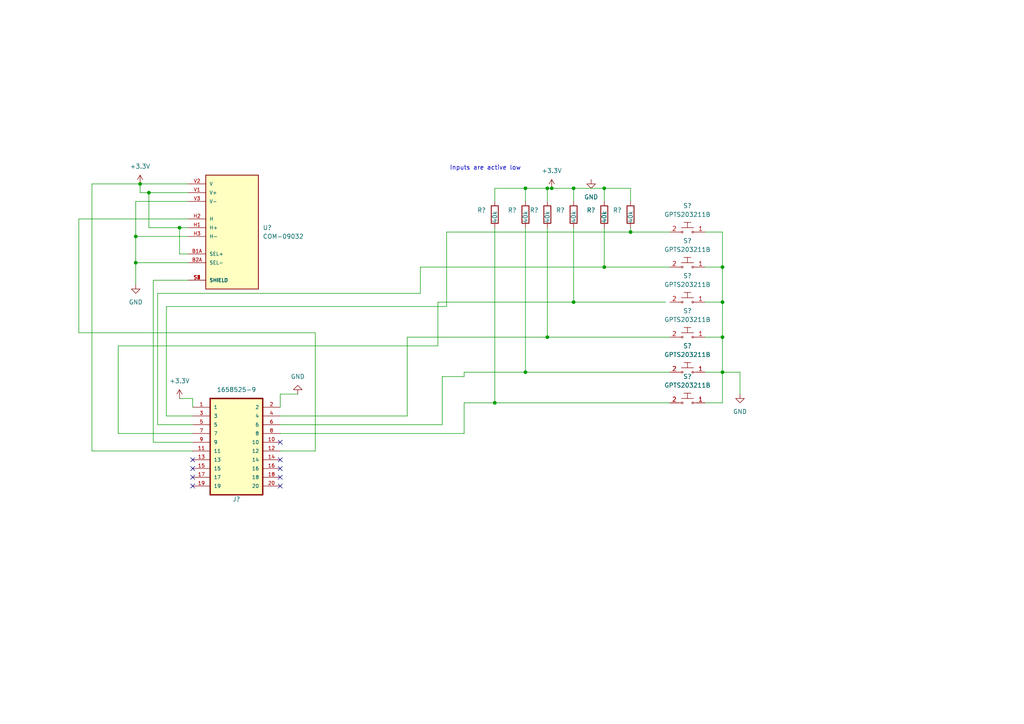
<source format=kicad_sch>
(kicad_sch (version 20211123) (generator eeschema)
  (paper "A4")
  (lib_symbols
    (symbol "1658525-9:1658525-9" (pin_names (offset 1.016))
      (property "Reference" "J" (at -7.62 13.97 0))
      (property "Value" "1658525-9" (at -7.62 -19.05 0))
      (symbol "1658525-9_0_0"
        (rectangle (start -7.62 -15.24) (end 7.62 12.7) (stroke (width 0.4064)) (fill (type background)))
        (pin passive line (at -12.7 10.16 0) (length 5.08) (name "1") (number "1"))
        (pin passive line (at 12.7 0 180) (length 5.08) (name "10") (number "10"))
        (pin passive line (at -12.7 -2.54 0) (length 5.08) (name "11") (number "11"))
        (pin passive line (at 12.7 -2.54 180) (length 5.08) (name "12") (number "12"))
        (pin passive line (at -12.7 -5.08 0) (length 5.08) (name "13") (number "13"))
        (pin passive line (at 12.7 -5.08 180) (length 5.08) (name "14") (number "14"))
        (pin passive line (at -12.7 -7.62 0) (length 5.08) (name "15") (number "15"))
        (pin passive line (at 12.7 -7.62 180) (length 5.08) (name "16") (number "16"))
        (pin passive line (at -12.7 -10.16 0) (length 5.08) (name "17") (number "17"))
        (pin passive line (at 12.7 -10.16 180) (length 5.08) (name "18") (number "18"))
        (pin passive line (at -12.7 -12.7 0) (length 5.08) (name "19") (number "19"))
        (pin passive line (at 12.7 10.16 180) (length 5.08) (name "2") (number "2"))
        (pin passive line (at 12.7 -12.7 180) (length 5.08) (name "20") (number "20"))
        (pin passive line (at -12.7 7.62 0) (length 5.08) (name "3") (number "3"))
        (pin passive line (at 12.7 7.62 180) (length 5.08) (name "4") (number "4"))
        (pin passive line (at -12.7 5.08 0) (length 5.08) (name "5") (number "5"))
        (pin passive line (at 12.7 5.08 180) (length 5.08) (name "6") (number "6"))
        (pin passive line (at -12.7 2.54 0) (length 5.08) (name "7") (number "7"))
        (pin passive line (at 12.7 2.54 180) (length 5.08) (name "8") (number "8"))
        (pin passive line (at -12.7 0 0) (length 5.08) (name "9") (number "9"))
      )
    )
    (symbol "COM-09032:COM-09032" (pin_names (offset 1.016))
      (property "Reference" "U" (at -7.62 16.002 0))
      (property "Value" "COM-09032" (at -7.62 -20.32 0))
      (symbol "COM-09032_0_0"
        (rectangle (start -7.62 -17.78) (end 7.62 15.24) (stroke (width 0.254)) (fill (type background)))
        (pin passive line (at -12.7 -7.62 0) (length 5.08) (name "SEL+") (number "B1A"))
        (pin passive line (at -12.7 -10.16 0) (length 5.08) (name "SEL-") (number "B2A"))
        (pin passive line (at -12.7 0 0) (length 5.08) (name "H+") (number "H1"))
        (pin passive line (at -12.7 2.54 0) (length 5.08) (name "H") (number "H2"))
        (pin passive line (at -12.7 -2.54 0) (length 5.08) (name "H-") (number "H3"))
        (pin passive line (at -12.7 -15.24 0) (length 5.08) (name "SHIELD") (number "S1"))
        (pin passive line (at -12.7 -15.24 0) (length 5.08) (name "SHIELD") (number "S2"))
        (pin passive line (at -12.7 -15.24 0) (length 5.08) (name "SHIELD") (number "S3"))
        (pin passive line (at -12.7 -15.24 0) (length 5.08) (name "SHIELD") (number "S4"))
        (pin passive line (at -12.7 10.16 0) (length 5.08) (name "V+") (number "V1"))
        (pin passive line (at -12.7 12.7 0) (length 5.08) (name "V") (number "V2"))
        (pin passive line (at -12.7 7.62 0) (length 5.08) (name "V-") (number "V3"))
      )
    )
    (symbol "Device:R" (pin_numbers hide) (pin_names (offset 0))
      (property "Reference" "R" (at 2.032 0 90))
      (property "Value" "R" (at 0 0 90))
      (symbol "R_0_1"
        (rectangle (start -1.016 -2.54) (end 1.016 2.54) (stroke (width 0.254)))
      )
      (symbol "R_1_1"
        (pin passive line (at 0 3.81 270) (length 1.27) (name "~") (number "1"))
        (pin passive line (at 0 -3.81 90) (length 1.27) (name "~") (number "2"))
      )
    )
    (symbol "dk_Pushbutton-Switches:GPTS203211B" (pin_names (offset 1.016))
      (property "Reference" "S" (at -3.81 3.81 0))
      (property "Value" "GPTS203211B" (at 0 -2.54 0))
      (symbol "GPTS203211B_0_1"
        (circle (center -1.524 0) (radius 0.254))
        (polyline (pts (xy -2.54 0) (xy -1.778 0)))
        (polyline (pts (xy -1.778 1.27) (xy 1.778 1.27)))
        (polyline (pts (xy -1.016 2.794) (xy 1.016 2.794)))
        (polyline (pts (xy 0 1.27) (xy 0 2.794)))
        (polyline (pts (xy 2.54 0) (xy 1.778 0)))
        (circle (center 1.524 0) (radius 0.254))
      )
      (symbol "GPTS203211B_1_1"
        (pin passive line (at -5.08 0 0) (length 2.54) (name "~") (number "1"))
        (pin passive line (at 5.08 0 180) (length 2.54) (name "~") (number "2"))
      )
    )
    (symbol "power:+3.3V" (power) (pin_names (offset 0))
      (property "Value" "+3.3V" (at 0 3.556 0))
      (symbol "+3.3V_0_1"
        (polyline (pts (xy -0.762 1.27) (xy 0 2.54)))
        (polyline (pts (xy 0 0) (xy 0 2.54)))
        (polyline (pts (xy 0 2.54) (xy 0.762 1.27)))
      )
      (symbol "+3.3V_1_1"
        (pin power_in line (at 0 0 90) (length 0) hide (name "+3.3V") (number "1"))
      )
    )
    (symbol "power:GND" (power) (pin_names (offset 0))
      (property "Value" "GND" (at 0 -3.81 0))
      (symbol "GND_0_1"
        (polyline (pts (xy 0 0) (xy 0 -1.27) (xy 1.27 -1.27) (xy 0 -2.54) (xy -1.27 -1.27) (xy 0 -1.27)))
      )
      (symbol "GND_1_1"
        (pin power_in line (at 0 0 270) (length 0) hide (name "GND") (number "1"))
      )
    )
  )
  (junction (at 143.51 116.84))
  (junction (at 160.02 54.61))
  (junction (at 175.26 77.47))
  (junction (at 175.26 54.61))
  (junction (at 182.88 67.31))
  (junction (at 39.37 76.2))
  (junction (at 43.18 55.88))
  (junction (at 158.75 97.79))
  (junction (at 158.75 54.61))
  (junction (at 209.55 87.63))
  (junction (at 166.37 87.63))
  (junction (at 152.4 54.61))
  (junction (at 209.55 107.95))
  (junction (at 209.55 97.79))
  (junction (at 52.07 66.04))
  (junction (at 40.64 53.34))
  (junction (at 39.37 68.58))
  (junction (at 166.37 54.61))
  (junction (at 152.4 107.95))
  (junction (at 209.55 77.47))
  (no_connect (at 81.28 133.35))
  (no_connect (at 81.28 128.27))
  (no_connect (at 81.28 138.43))
  (no_connect (at 81.28 140.97))
  (no_connect (at 81.28 135.89))
  (no_connect (at 55.88 135.89))
  (no_connect (at 55.88 133.35))
  (no_connect (at 55.88 140.97))
  (no_connect (at 55.88 138.43))
  (wire (pts (xy 194.31 107.95) (xy 152.4 107.95)))
  (wire (pts (xy 143.51 54.61) (xy 143.51 58.42)))
  (wire (pts (xy 166.37 54.61) (xy 166.37 58.42)))
  (wire (pts (xy 204.47 116.84) (xy 209.55 116.84)))
  (wire (pts (xy 34.29 100.33) (xy 127 100.33)))
  (wire (pts (xy 129.54 67.31) (xy 182.88 67.31)))
  (wire (pts (xy 194.31 67.31) (xy 182.88 67.31)))
  (wire (pts (xy 55.88 125.73) (xy 34.29 125.73)))
  (wire (pts (xy 40.64 53.34) (xy 54.61 53.34)))
  (wire (pts (xy 194.31 77.47) (xy 175.26 77.47)))
  (wire (pts (xy 209.55 107.95) (xy 209.55 116.84)))
  (wire (pts (xy 204.47 107.95) (xy 209.55 107.95)))
  (wire (pts (xy 152.4 54.61) (xy 152.4 58.42)))
  (wire (pts (xy 143.51 66.04) (xy 143.51 116.84)))
  (wire (pts (xy 81.28 125.73) (xy 134.62 125.73)))
  (wire (pts (xy 81.28 123.19) (xy 128.27 123.19)))
  (wire (pts (xy 152.4 66.04) (xy 152.4 107.95)))
  (wire (pts (xy 134.62 125.73) (xy 134.62 116.84)))
  (wire (pts (xy 86.36 114.3) (xy 81.28 114.3)))
  (wire (pts (xy 54.61 73.66) (xy 52.07 73.66)))
  (wire (pts (xy 214.63 107.95) (xy 214.63 114.3)))
  (wire (pts (xy 55.88 128.27) (xy 44.45 128.27)))
  (wire (pts (xy 39.37 58.42) (xy 39.37 68.58)))
  (wire (pts (xy 175.26 54.61) (xy 166.37 54.61)))
  (wire (pts (xy 143.51 116.84) (xy 134.62 116.84)))
  (wire (pts (xy 40.64 55.88) (xy 40.64 53.34)))
  (wire (pts (xy 121.92 77.47) (xy 175.26 77.47)))
  (wire (pts (xy 152.4 107.95) (xy 134.62 107.95)))
  (wire (pts (xy 55.88 115.57) (xy 55.88 118.11)))
  (wire (pts (xy 118.11 97.79) (xy 158.75 97.79)))
  (wire (pts (xy 127 100.33) (xy 127 87.63)))
  (wire (pts (xy 55.88 123.19) (xy 45.72 123.19)))
  (wire (pts (xy 209.55 97.79) (xy 209.55 107.95)))
  (wire (pts (xy 204.47 87.63) (xy 209.55 87.63)))
  (wire (pts (xy 209.55 67.31) (xy 209.55 77.47)))
  (wire (pts (xy 158.75 54.61) (xy 158.75 58.42)))
  (wire (pts (xy 55.88 120.65) (xy 48.26 120.65)))
  (wire (pts (xy 175.26 54.61) (xy 175.26 58.42)))
  (wire (pts (xy 193.04 87.63) (xy 166.37 87.63)))
  (wire (pts (xy 194.31 97.79) (xy 158.75 97.79)))
  (wire (pts (xy 54.61 58.42) (xy 39.37 58.42)))
  (wire (pts (xy 182.88 54.61) (xy 175.26 54.61)))
  (wire (pts (xy 204.47 77.47) (xy 209.55 77.47)))
  (wire (pts (xy 175.26 66.04) (xy 175.26 77.47)))
  (wire (pts (xy 204.47 97.79) (xy 209.55 97.79)))
  (wire (pts (xy 182.88 54.61) (xy 182.88 58.42)))
  (wire (pts (xy 91.44 130.81) (xy 91.44 96.52)))
  (wire (pts (xy 209.55 87.63) (xy 209.55 97.79)))
  (wire (pts (xy 39.37 68.58) (xy 39.37 76.2)))
  (wire (pts (xy 209.55 107.95) (xy 214.63 107.95)))
  (wire (pts (xy 209.55 77.47) (xy 209.55 87.63)))
  (wire (pts (xy 54.61 66.04) (xy 52.07 66.04)))
  (wire (pts (xy 127 87.63) (xy 166.37 87.63)))
  (wire (pts (xy 26.67 53.34) (xy 40.64 53.34)))
  (wire (pts (xy 91.44 96.52) (xy 22.86 96.52)))
  (wire (pts (xy 44.45 128.27) (xy 44.45 81.28)))
  (wire (pts (xy 39.37 76.2) (xy 54.61 76.2)))
  (wire (pts (xy 22.86 96.52) (xy 22.86 63.5)))
  (wire (pts (xy 166.37 66.04) (xy 166.37 87.63)))
  (wire (pts (xy 45.72 85.09) (xy 121.92 85.09)))
  (wire (pts (xy 129.54 88.9) (xy 129.54 67.31)))
  (wire (pts (xy 128.27 109.22) (xy 134.62 109.22)))
  (wire (pts (xy 48.26 88.9) (xy 129.54 88.9)))
  (wire (pts (xy 182.88 66.04) (xy 182.88 67.31)))
  (wire (pts (xy 45.72 123.19) (xy 45.72 85.09)))
  (wire (pts (xy 81.28 130.81) (xy 91.44 130.81)))
  (wire (pts (xy 43.18 55.88) (xy 40.64 55.88)))
  (wire (pts (xy 54.61 68.58) (xy 39.37 68.58)))
  (wire (pts (xy 54.61 55.88) (xy 43.18 55.88)))
  (wire (pts (xy 55.88 130.81) (xy 26.67 130.81)))
  (wire (pts (xy 52.07 66.04) (xy 43.18 66.04)))
  (wire (pts (xy 118.11 120.65) (xy 118.11 97.79)))
  (wire (pts (xy 22.86 63.5) (xy 54.61 63.5)))
  (wire (pts (xy 128.27 123.19) (xy 128.27 109.22)))
  (wire (pts (xy 158.75 66.04) (xy 158.75 97.79)))
  (wire (pts (xy 48.26 120.65) (xy 48.26 88.9)))
  (wire (pts (xy 166.37 54.61) (xy 160.02 54.61)))
  (wire (pts (xy 81.28 114.3) (xy 81.28 118.11)))
  (wire (pts (xy 34.29 125.73) (xy 34.29 100.33)))
  (wire (pts (xy 134.62 109.22) (xy 134.62 107.95)))
  (wire (pts (xy 44.45 81.28) (xy 54.61 81.28)))
  (wire (pts (xy 209.55 67.31) (xy 204.47 67.31)))
  (wire (pts (xy 81.28 120.65) (xy 118.11 120.65)))
  (wire (pts (xy 26.67 130.81) (xy 26.67 53.34)))
  (wire (pts (xy 52.07 73.66) (xy 52.07 66.04)))
  (wire (pts (xy 160.02 54.61) (xy 158.75 54.61)))
  (wire (pts (xy 158.75 54.61) (xy 152.4 54.61)))
  (wire (pts (xy 52.07 115.57) (xy 55.88 115.57)))
  (wire (pts (xy 152.4 54.61) (xy 143.51 54.61)))
  (wire (pts (xy 194.31 116.84) (xy 143.51 116.84)))
  (wire (pts (xy 121.92 85.09) (xy 121.92 77.47)))
  (wire (pts (xy 39.37 76.2) (xy 39.37 82.55)))
  (wire (pts (xy 43.18 66.04) (xy 43.18 55.88)))
  (text "Inputs are active low\n" (at 151.13 49.53 180) (effects (font (size 1.27 1.27)) (justify right bottom)))
  (symbol (lib_id "power:GND") (at 214.63 114.3 0) (mirror y) (unit 1)
    (property "Reference" "#PWR?" (effects hide))
    (property "Value" "GND" (at 214.63 119.38 0))
  )
  (symbol (lib_id "Device:R") (at 175.26 62.23 0) (mirror y) (unit 1)
    (property "Reference" "R?" (at 172.72 60.9599 0) (effects (justify left)))
    (property "Value" "40k" (at 175.26 64.77 90) (effects (justify left)))
  )
  (symbol (lib_id "power:+3.3V") (at 40.64 53.34 0) (unit 1)
    (property "Reference" "#PWR?" (effects hide))
    (property "Value" "+3.3V" (at 40.64 48.26 0))
  )
  (symbol (lib_id "dk_Pushbutton-Switches:GPTS203211B") (at 199.39 107.95 0) (mirror y) (unit 1)
    (property "Reference" "S?" (at 199.39 100.33 0))
    (property "Value" "GPTS203211B" (at 199.39 102.87 0))
    (property "Footprint" "digikey-footprints:PushButton_12x12mm_THT_GPTS203211B" (effects hide))
    (property "Datasheet" "http://switches-connectors-custom.cwind.com/Asset/GPTS203211BR2.pdf" (effects hide))
    (property "Digi-Key_PN" "CW181-ND" (effects hide))
    (property "MPN" "GPTS203211B" (effects hide))
    (property "Category" "Switches" (effects hide))
    (property "Family" "Pushbutton Switches" (effects hide))
    (property "DK_Datasheet_Link" "http://switches-connectors-custom.cwind.com/Asset/GPTS203211BR2.pdf" (effects hide))
    (property "DK_Detail_Page" "/product-detail/en/cw-industries/GPTS203211B/CW181-ND/3190590" (effects hide))
    (property "Description" "SWITCH PUSHBUTTON SPST 1A 30V" (effects hide))
    (property "Manufacturer" "CW Industries" (effects hide))
    (property "Status" "Active" (effects hide))
  )
  (symbol (lib_id "power:GND") (at 171.45 52.07 0) (mirror y) (unit 1)
    (property "Reference" "#PWR?" (effects hide))
    (property "Value" "GND" (at 171.45 57.15 0))
  )
  (symbol (lib_id "dk_Pushbutton-Switches:GPTS203211B") (at 199.39 87.63 0) (mirror y) (unit 1)
    (property "Reference" "S?" (at 199.39 80.01 0))
    (property "Value" "GPTS203211B" (at 199.39 82.55 0))
    (property "Footprint" "digikey-footprints:PushButton_12x12mm_THT_GPTS203211B" (effects hide))
    (property "Datasheet" "http://switches-connectors-custom.cwind.com/Asset/GPTS203211BR2.pdf" (effects hide))
    (property "Digi-Key_PN" "CW181-ND" (effects hide))
    (property "MPN" "GPTS203211B" (effects hide))
    (property "Category" "Switches" (effects hide))
    (property "Family" "Pushbutton Switches" (effects hide))
    (property "DK_Datasheet_Link" "http://switches-connectors-custom.cwind.com/Asset/GPTS203211BR2.pdf" (effects hide))
    (property "DK_Detail_Page" "/product-detail/en/cw-industries/GPTS203211B/CW181-ND/3190590" (effects hide))
    (property "Description" "SWITCH PUSHBUTTON SPST 1A 30V" (effects hide))
    (property "Manufacturer" "CW Industries" (effects hide))
    (property "Status" "Active" (effects hide))
  )
  (symbol (lib_id "Device:R") (at 158.75 62.23 0) (mirror y) (unit 1)
    (property "Reference" "R?" (at 156.21 60.9599 0) (effects (justify left)))
    (property "Value" "40k" (at 158.75 64.77 90) (effects (justify left)))
  )
  (symbol (lib_id "1658525-9:1658525-9") (at 68.58 128.27 0) (unit 1)
    (property "Reference" "J?" (at 68.58 144.78 0))
    (property "Value" "1658525-9" (at 68.58 113.03 0))
    (property "Footprint" "1658525-9-ribbon:TE_1658525-9" (effects hide))
    (property "Comment" "1658525-9" (effects hide))
  )
  (symbol (lib_id "power:+3.3V") (at 160.02 54.61 0) (mirror y) (unit 1)
    (property "Reference" "#PWR?" (effects hide))
    (property "Value" "+3.3V" (at 160.02 49.53 0))
  )
  (symbol (lib_id "power:+3.3V") (at 52.07 115.57 0) (unit 1)
    (property "Reference" "#PWR?" (effects hide))
    (property "Value" "+3.3V" (at 52.07 110.49 0))
  )
  (symbol (lib_id "Device:R") (at 166.37 62.23 0) (mirror y) (unit 1)
    (property "Reference" "R?" (at 163.83 60.9599 0) (effects (justify left)))
    (property "Value" "40k" (at 166.37 64.77 90) (effects (justify left)))
  )
  (symbol (lib_id "Device:R") (at 143.51 62.23 0) (mirror y) (unit 1)
    (property "Reference" "R?" (at 140.97 60.9599 0) (effects (justify left)))
    (property "Value" "40k" (at 143.51 64.77 90) (effects (justify left)))
  )
  (symbol (lib_id "dk_Pushbutton-Switches:GPTS203211B") (at 199.39 116.84 0) (mirror y) (unit 1)
    (property "Reference" "S?" (at 199.39 109.22 0))
    (property "Value" "GPTS203211B" (at 199.39 111.76 0))
    (property "Footprint" "digikey-footprints:PushButton_12x12mm_THT_GPTS203211B" (effects hide))
    (property "Datasheet" "http://switches-connectors-custom.cwind.com/Asset/GPTS203211BR2.pdf" (effects hide))
    (property "Digi-Key_PN" "CW181-ND" (effects hide))
    (property "MPN" "GPTS203211B" (effects hide))
    (property "Category" "Switches" (effects hide))
    (property "Family" "Pushbutton Switches" (effects hide))
    (property "DK_Datasheet_Link" "http://switches-connectors-custom.cwind.com/Asset/GPTS203211BR2.pdf" (effects hide))
    (property "DK_Detail_Page" "/product-detail/en/cw-industries/GPTS203211B/CW181-ND/3190590" (effects hide))
    (property "Description" "SWITCH PUSHBUTTON SPST 1A 30V" (effects hide))
    (property "Manufacturer" "CW Industries" (effects hide))
    (property "Status" "Active" (effects hide))
  )
  (symbol (lib_id "Device:R") (at 152.4 62.23 0) (mirror y) (unit 1)
    (property "Reference" "R?" (at 149.86 60.9599 0) (effects (justify left)))
    (property "Value" "40k" (at 152.4 64.77 90) (effects (justify left)))
  )
  (symbol (lib_id "dk_Pushbutton-Switches:GPTS203211B") (at 199.39 97.79 0) (mirror y) (unit 1)
    (property "Reference" "S?" (at 199.39 90.17 0))
    (property "Value" "GPTS203211B" (at 199.39 92.71 0))
    (property "Footprint" "digikey-footprints:PushButton_12x12mm_THT_GPTS203211B" (effects hide))
    (property "Datasheet" "http://switches-connectors-custom.cwind.com/Asset/GPTS203211BR2.pdf" (effects hide))
    (property "Digi-Key_PN" "CW181-ND" (effects hide))
    (property "MPN" "GPTS203211B" (effects hide))
    (property "Category" "Switches" (effects hide))
    (property "Family" "Pushbutton Switches" (effects hide))
    (property "DK_Datasheet_Link" "http://switches-connectors-custom.cwind.com/Asset/GPTS203211BR2.pdf" (effects hide))
    (property "DK_Detail_Page" "/product-detail/en/cw-industries/GPTS203211B/CW181-ND/3190590" (effects hide))
    (property "Description" "SWITCH PUSHBUTTON SPST 1A 30V" (effects hide))
    (property "Manufacturer" "CW Industries" (effects hide))
    (property "Status" "Active" (effects hide))
  )
  (symbol (lib_id "dk_Pushbutton-Switches:GPTS203211B") (at 199.39 67.31 0) (mirror y) (unit 1)
    (property "Reference" "S?" (at 199.39 59.69 0))
    (property "Value" "GPTS203211B" (at 199.39 62.23 0))
    (property "Footprint" "digikey-footprints:PushButton_12x12mm_THT_GPTS203211B" (effects hide))
    (property "Datasheet" "http://switches-connectors-custom.cwind.com/Asset/GPTS203211BR2.pdf" (effects hide))
    (property "Digi-Key_PN" "CW181-ND" (effects hide))
    (property "MPN" "GPTS203211B" (effects hide))
    (property "Category" "Switches" (effects hide))
    (property "Family" "Pushbutton Switches" (effects hide))
    (property "DK_Datasheet_Link" "http://switches-connectors-custom.cwind.com/Asset/GPTS203211BR2.pdf" (effects hide))
    (property "DK_Detail_Page" "/product-detail/en/cw-industries/GPTS203211B/CW181-ND/3190590" (effects hide))
    (property "Description" "SWITCH PUSHBUTTON SPST 1A 30V" (effects hide))
    (property "Manufacturer" "CW Industries" (effects hide))
    (property "Status" "Active" (effects hide))
  )
  (symbol (lib_id "dk_Pushbutton-Switches:GPTS203211B") (at 199.39 77.47 0) (mirror y) (unit 1)
    (property "Reference" "S?" (at 199.39 69.85 0))
    (property "Value" "GPTS203211B" (at 199.39 72.39 0))
    (property "Footprint" "digikey-footprints:PushButton_12x12mm_THT_GPTS203211B" (effects hide))
    (property "Datasheet" "http://switches-connectors-custom.cwind.com/Asset/GPTS203211BR2.pdf" (effects hide))
    (property "Digi-Key_PN" "CW181-ND" (effects hide))
    (property "MPN" "GPTS203211B" (effects hide))
    (property "Category" "Switches" (effects hide))
    (property "Family" "Pushbutton Switches" (effects hide))
    (property "DK_Datasheet_Link" "http://switches-connectors-custom.cwind.com/Asset/GPTS203211BR2.pdf" (effects hide))
    (property "DK_Detail_Page" "/product-detail/en/cw-industries/GPTS203211B/CW181-ND/3190590" (effects hide))
    (property "Description" "SWITCH PUSHBUTTON SPST 1A 30V" (effects hide))
    (property "Manufacturer" "CW Industries" (effects hide))
    (property "Status" "Active" (effects hide))
  )
  (symbol (lib_id "COM-09032:COM-09032") (at 67.31 66.04 0) (unit 1)
    (property "Reference" "U?" (at 76.2 66.0399 0) (effects (justify left)))
    (property "Value" "COM-09032" (at 76.2 68.5799 0) (effects (justify left)))
    (property "Footprint" "mcu_kicad:XDCR_COM-09032" (effects hide))
    (property "STANDARD" "Manufacturer Recommendations" (effects hide))
    (property "MAXIMUM_PACKAGE_HEIGHT" "30.1mm" (effects hide))
    (property "MANUFACTURER" "SparkFun Electronics" (effects hide))
    (property "PARTREV" "N/A" (effects hide))
  )
  (symbol (lib_id "power:GND") (at 39.37 82.55 0) (unit 1)
    (property "Reference" "#PWR?" (effects hide))
    (property "Value" "GND" (at 39.37 87.63 0))
  )
  (symbol (lib_id "Device:R") (at 182.88 62.23 0) (mirror y) (unit 1)
    (property "Reference" "R?" (at 180.34 60.9599 0) (effects (justify left)))
    (property "Value" "40k" (at 182.88 64.77 90) (effects (justify left)))
  )
  (symbol (lib_id "power:GND") (at 86.36 114.3 0) (mirror x) (unit 1)
    (property "Reference" "#PWR?" (effects hide))
    (property "Value" "GND" (at 86.36 109.22 0))
  )
)
</source>
